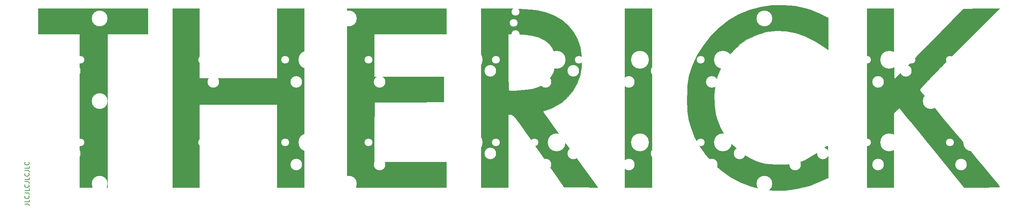
<source format=gto>
G04 #@! TF.GenerationSoftware,KiCad,Pcbnew,(5.1.2-1)-1*
G04 #@! TF.CreationDate,2020-06-06T07:16:32-05:00*
G04 #@! TF.ProjectId,therick48.16SP,74686572-6963-46b3-9438-2e313653502e,rev?*
G04 #@! TF.SameCoordinates,Original*
G04 #@! TF.FileFunction,Legend,Top*
G04 #@! TF.FilePolarity,Positive*
%FSLAX46Y46*%
G04 Gerber Fmt 4.6, Leading zero omitted, Abs format (unit mm)*
G04 Created by KiCad (PCBNEW (5.1.2-1)-1) date 2020-06-06 07:16:32*
%MOMM*%
%LPD*%
G04 APERTURE LIST*
%ADD10C,0.150000*%
%ADD11C,0.010000*%
%ADD12C,3.602000*%
%ADD13C,0.902000*%
%ADD14C,2.642000*%
%ADD15C,1.803800*%
%ADD16C,4.089800*%
%ADD17O,1.402000X2.002000*%
%ADD18C,0.752000*%
%ADD19O,1.402000X2.502000*%
%ADD20C,0.100000*%
%ADD21C,1.803400*%
G04 APERTURE END LIST*
D10*
X137139379Y-104559047D02*
X137853665Y-104559047D01*
X137996522Y-104606666D01*
X138091760Y-104701904D01*
X138139379Y-104844761D01*
X138139379Y-104940000D01*
X138139379Y-103606666D02*
X138139379Y-104082857D01*
X137139379Y-104082857D01*
X138044141Y-102701904D02*
X138091760Y-102749523D01*
X138139379Y-102892380D01*
X138139379Y-102987619D01*
X138091760Y-103130476D01*
X137996522Y-103225714D01*
X137901284Y-103273333D01*
X137710808Y-103320952D01*
X137567951Y-103320952D01*
X137377475Y-103273333D01*
X137282237Y-103225714D01*
X137186999Y-103130476D01*
X137139379Y-102987619D01*
X137139379Y-102892380D01*
X137186999Y-102749523D01*
X137234618Y-102701904D01*
X137139379Y-101987619D02*
X137853665Y-101987619D01*
X137996522Y-102035238D01*
X138091760Y-102130476D01*
X138139379Y-102273333D01*
X138139379Y-102368571D01*
X138139379Y-101035238D02*
X138139379Y-101511428D01*
X137139379Y-101511428D01*
X138044141Y-100130476D02*
X138091760Y-100178095D01*
X138139379Y-100320952D01*
X138139379Y-100416190D01*
X138091760Y-100559047D01*
X137996522Y-100654285D01*
X137901284Y-100701904D01*
X137710808Y-100749523D01*
X137567951Y-100749523D01*
X137377475Y-100701904D01*
X137282237Y-100654285D01*
X137186999Y-100559047D01*
X137139379Y-100416190D01*
X137139379Y-100320952D01*
X137186999Y-100178095D01*
X137234618Y-100130476D01*
X137139379Y-99416190D02*
X137853665Y-99416190D01*
X137996522Y-99463809D01*
X138091760Y-99559047D01*
X138139379Y-99701904D01*
X138139379Y-99797142D01*
X138139379Y-98463809D02*
X138139379Y-98940000D01*
X137139379Y-98940000D01*
X138044141Y-97559047D02*
X138091760Y-97606666D01*
X138139379Y-97749523D01*
X138139379Y-97844761D01*
X138091760Y-97987619D01*
X137996522Y-98082857D01*
X137901284Y-98130476D01*
X137710808Y-98178095D01*
X137567951Y-98178095D01*
X137377475Y-98130476D01*
X137282237Y-98082857D01*
X137186999Y-97987619D01*
X137139379Y-97844761D01*
X137139379Y-97749523D01*
X137186999Y-97606666D01*
X137234618Y-97559047D01*
X137139379Y-96844761D02*
X137853665Y-96844761D01*
X137996522Y-96892380D01*
X138091760Y-96987619D01*
X138139379Y-97130476D01*
X138139379Y-97225714D01*
X138139379Y-95892380D02*
X138139379Y-96368571D01*
X137139379Y-96368571D01*
X138044141Y-94987619D02*
X138091760Y-95035238D01*
X138139379Y-95178095D01*
X138139379Y-95273333D01*
X138091760Y-95416190D01*
X137996522Y-95511428D01*
X137901284Y-95559047D01*
X137710808Y-95606666D01*
X137567951Y-95606666D01*
X137377475Y-95559047D01*
X137282237Y-95511428D01*
X137186999Y-95416190D01*
X137139379Y-95273333D01*
X137139379Y-95178095D01*
X137186999Y-95035238D01*
X137234618Y-94987619D01*
D11*
G36*
X335821429Y-67786428D02*
G01*
X335824383Y-69458072D01*
X335832837Y-71012105D01*
X335846177Y-72412210D01*
X335863790Y-73622067D01*
X335885064Y-74605357D01*
X335909383Y-75325760D01*
X335936136Y-75746957D01*
X335957500Y-75844645D01*
X336104557Y-75715144D01*
X336481854Y-75347063D01*
X337067423Y-74762698D01*
X337839299Y-73984348D01*
X338775516Y-73034310D01*
X339854106Y-71934882D01*
X341053104Y-70708361D01*
X342350542Y-69377045D01*
X343724456Y-67963231D01*
X343895000Y-67787461D01*
X351696429Y-59745632D01*
X355868619Y-59729244D01*
X360040809Y-59712857D01*
X350801567Y-68953431D01*
X349033816Y-70722420D01*
X347506687Y-72253443D01*
X346203440Y-73564331D01*
X345107337Y-74672913D01*
X344201638Y-75597019D01*
X343469605Y-76354478D01*
X342894499Y-76963120D01*
X342459580Y-77440775D01*
X342148110Y-77805271D01*
X341943350Y-78074440D01*
X341828561Y-78266109D01*
X341787003Y-78398109D01*
X341801938Y-78488270D01*
X341821520Y-78518564D01*
X341976489Y-78707180D01*
X342344894Y-79152760D01*
X342908341Y-79833126D01*
X343648438Y-80726099D01*
X344546789Y-81809502D01*
X345585002Y-83061157D01*
X346744682Y-84458884D01*
X348007436Y-85980507D01*
X349354870Y-87603848D01*
X350768591Y-89306727D01*
X350990637Y-89574161D01*
X352409267Y-91283415D01*
X353761451Y-92913908D01*
X355029138Y-94443793D01*
X356194276Y-95851226D01*
X357238814Y-97114360D01*
X358144700Y-98211349D01*
X358893883Y-99120346D01*
X359468310Y-99819507D01*
X359849931Y-100286985D01*
X360020694Y-100500934D01*
X360027416Y-100510456D01*
X359964449Y-100581034D01*
X359660363Y-100635196D01*
X359089268Y-100674258D01*
X358225277Y-100699539D01*
X357042501Y-100712356D01*
X356016065Y-100714619D01*
X351877857Y-100713523D01*
X344539568Y-91643190D01*
X343266099Y-90071205D01*
X342059362Y-88585585D01*
X340938732Y-87209925D01*
X339923586Y-85967819D01*
X339033298Y-84882863D01*
X338287244Y-83978651D01*
X337704799Y-83278777D01*
X337305338Y-82806836D01*
X337108238Y-82586423D01*
X337091230Y-82572857D01*
X336910246Y-82691834D01*
X336579160Y-82992818D01*
X336401305Y-83171137D01*
X335821429Y-83769417D01*
X335821429Y-100715714D01*
X329652857Y-100715714D01*
X329652857Y-59712857D01*
X335821429Y-59712857D01*
X335821429Y-67786428D01*
X335821429Y-67786428D01*
G37*
X335821429Y-67786428D02*
X335824383Y-69458072D01*
X335832837Y-71012105D01*
X335846177Y-72412210D01*
X335863790Y-73622067D01*
X335885064Y-74605357D01*
X335909383Y-75325760D01*
X335936136Y-75746957D01*
X335957500Y-75844645D01*
X336104557Y-75715144D01*
X336481854Y-75347063D01*
X337067423Y-74762698D01*
X337839299Y-73984348D01*
X338775516Y-73034310D01*
X339854106Y-71934882D01*
X341053104Y-70708361D01*
X342350542Y-69377045D01*
X343724456Y-67963231D01*
X343895000Y-67787461D01*
X351696429Y-59745632D01*
X355868619Y-59729244D01*
X360040809Y-59712857D01*
X350801567Y-68953431D01*
X349033816Y-70722420D01*
X347506687Y-72253443D01*
X346203440Y-73564331D01*
X345107337Y-74672913D01*
X344201638Y-75597019D01*
X343469605Y-76354478D01*
X342894499Y-76963120D01*
X342459580Y-77440775D01*
X342148110Y-77805271D01*
X341943350Y-78074440D01*
X341828561Y-78266109D01*
X341787003Y-78398109D01*
X341801938Y-78488270D01*
X341821520Y-78518564D01*
X341976489Y-78707180D01*
X342344894Y-79152760D01*
X342908341Y-79833126D01*
X343648438Y-80726099D01*
X344546789Y-81809502D01*
X345585002Y-83061157D01*
X346744682Y-84458884D01*
X348007436Y-85980507D01*
X349354870Y-87603848D01*
X350768591Y-89306727D01*
X350990637Y-89574161D01*
X352409267Y-91283415D01*
X353761451Y-92913908D01*
X355029138Y-94443793D01*
X356194276Y-95851226D01*
X357238814Y-97114360D01*
X358144700Y-98211349D01*
X358893883Y-99120346D01*
X359468310Y-99819507D01*
X359849931Y-100286985D01*
X360020694Y-100500934D01*
X360027416Y-100510456D01*
X359964449Y-100581034D01*
X359660363Y-100635196D01*
X359089268Y-100674258D01*
X358225277Y-100699539D01*
X357042501Y-100712356D01*
X356016065Y-100714619D01*
X351877857Y-100713523D01*
X344539568Y-91643190D01*
X343266099Y-90071205D01*
X342059362Y-88585585D01*
X340938732Y-87209925D01*
X339923586Y-85967819D01*
X339033298Y-84882863D01*
X338287244Y-83978651D01*
X337704799Y-83278777D01*
X337305338Y-82806836D01*
X337108238Y-82586423D01*
X337091230Y-82572857D01*
X336910246Y-82691834D01*
X336579160Y-82992818D01*
X336401305Y-83171137D01*
X335821429Y-83769417D01*
X335821429Y-100715714D01*
X329652857Y-100715714D01*
X329652857Y-59712857D01*
X335821429Y-59712857D01*
X335821429Y-67786428D01*
G36*
X280485714Y-100715714D02*
G01*
X274317143Y-100715714D01*
X274317143Y-59712857D01*
X280485714Y-59712857D01*
X280485714Y-100715714D01*
X280485714Y-100715714D01*
G37*
X280485714Y-100715714D02*
X274317143Y-100715714D01*
X274317143Y-59712857D01*
X280485714Y-59712857D01*
X280485714Y-100715714D01*
G36*
X246422500Y-59713368D02*
G01*
X248411420Y-59723496D01*
X250090534Y-59756475D01*
X251512432Y-59816871D01*
X252729703Y-59909249D01*
X253794938Y-60038172D01*
X254760726Y-60208207D01*
X255679657Y-60423917D01*
X256169408Y-60559405D01*
X258162546Y-61304894D01*
X259902015Y-62306749D01*
X261377926Y-63552572D01*
X262580389Y-65029960D01*
X263499516Y-66726512D01*
X264125416Y-68629828D01*
X264448200Y-70727505D01*
X264464266Y-70961156D01*
X264427829Y-73063491D01*
X264068165Y-75057798D01*
X263402034Y-76914212D01*
X262446193Y-78602868D01*
X261217404Y-80093898D01*
X259732426Y-81357438D01*
X258086709Y-82326127D01*
X257386551Y-82640047D01*
X256730292Y-82895484D01*
X256252174Y-83040505D01*
X256227066Y-83045515D01*
X255823507Y-83167169D01*
X255632377Y-83315195D01*
X255630000Y-83331142D01*
X255733811Y-83505574D01*
X256032762Y-83946838D01*
X256508126Y-84628631D01*
X257141178Y-85524653D01*
X257913193Y-86608600D01*
X258805445Y-87854172D01*
X259799208Y-89235066D01*
X260875758Y-90724980D01*
X261880244Y-92110237D01*
X268130489Y-100715714D01*
X264284173Y-100706417D01*
X260437857Y-100697119D01*
X254645321Y-92360702D01*
X253403640Y-90574461D01*
X252351038Y-89063419D01*
X251469863Y-87804566D01*
X250742464Y-86774894D01*
X250151190Y-85951394D01*
X249678388Y-85311057D01*
X249306408Y-84830874D01*
X249017598Y-84487836D01*
X248794306Y-84258933D01*
X248618880Y-84121158D01*
X248473670Y-84051501D01*
X248341024Y-84026953D01*
X248249964Y-84024286D01*
X247647143Y-84024286D01*
X247647143Y-100715714D01*
X241478572Y-100715714D01*
X241478572Y-71929047D01*
X247647143Y-71929047D01*
X247650867Y-73420646D01*
X247661457Y-74797056D01*
X247678038Y-76016229D01*
X247699738Y-77036115D01*
X247725683Y-77814667D01*
X247754998Y-78309835D01*
X247783214Y-78478125D01*
X248025184Y-78532914D01*
X248549783Y-78548276D01*
X249279533Y-78529359D01*
X250136954Y-78481313D01*
X251044568Y-78409288D01*
X251924896Y-78318432D01*
X252700458Y-78213895D01*
X253227692Y-78116276D01*
X254802941Y-77610647D01*
X256110792Y-76866237D01*
X257146184Y-75886686D01*
X257847093Y-74794521D01*
X258032644Y-74370784D01*
X258153658Y-73939714D01*
X258223241Y-73408615D01*
X258254495Y-72684793D01*
X258260714Y-71868571D01*
X258253839Y-70940644D01*
X258223020Y-70281379D01*
X258152966Y-69796686D01*
X258028387Y-69392475D01*
X257833993Y-68974654D01*
X257770705Y-68853276D01*
X257025203Y-67799015D01*
X256004784Y-66948558D01*
X254702313Y-66299032D01*
X253110659Y-65847565D01*
X251222686Y-65591283D01*
X249506786Y-65524901D01*
X247647143Y-65518571D01*
X247647143Y-71929047D01*
X241478572Y-71929047D01*
X241478572Y-59712857D01*
X246422500Y-59713368D01*
X246422500Y-59713368D01*
G37*
X246422500Y-59713368D02*
X248411420Y-59723496D01*
X250090534Y-59756475D01*
X251512432Y-59816871D01*
X252729703Y-59909249D01*
X253794938Y-60038172D01*
X254760726Y-60208207D01*
X255679657Y-60423917D01*
X256169408Y-60559405D01*
X258162546Y-61304894D01*
X259902015Y-62306749D01*
X261377926Y-63552572D01*
X262580389Y-65029960D01*
X263499516Y-66726512D01*
X264125416Y-68629828D01*
X264448200Y-70727505D01*
X264464266Y-70961156D01*
X264427829Y-73063491D01*
X264068165Y-75057798D01*
X263402034Y-76914212D01*
X262446193Y-78602868D01*
X261217404Y-80093898D01*
X259732426Y-81357438D01*
X258086709Y-82326127D01*
X257386551Y-82640047D01*
X256730292Y-82895484D01*
X256252174Y-83040505D01*
X256227066Y-83045515D01*
X255823507Y-83167169D01*
X255632377Y-83315195D01*
X255630000Y-83331142D01*
X255733811Y-83505574D01*
X256032762Y-83946838D01*
X256508126Y-84628631D01*
X257141178Y-85524653D01*
X257913193Y-86608600D01*
X258805445Y-87854172D01*
X259799208Y-89235066D01*
X260875758Y-90724980D01*
X261880244Y-92110237D01*
X268130489Y-100715714D01*
X264284173Y-100706417D01*
X260437857Y-100697119D01*
X254645321Y-92360702D01*
X253403640Y-90574461D01*
X252351038Y-89063419D01*
X251469863Y-87804566D01*
X250742464Y-86774894D01*
X250151190Y-85951394D01*
X249678388Y-85311057D01*
X249306408Y-84830874D01*
X249017598Y-84487836D01*
X248794306Y-84258933D01*
X248618880Y-84121158D01*
X248473670Y-84051501D01*
X248341024Y-84026953D01*
X248249964Y-84024286D01*
X247647143Y-84024286D01*
X247647143Y-100715714D01*
X241478572Y-100715714D01*
X241478572Y-71929047D01*
X247647143Y-71929047D01*
X247650867Y-73420646D01*
X247661457Y-74797056D01*
X247678038Y-76016229D01*
X247699738Y-77036115D01*
X247725683Y-77814667D01*
X247754998Y-78309835D01*
X247783214Y-78478125D01*
X248025184Y-78532914D01*
X248549783Y-78548276D01*
X249279533Y-78529359D01*
X250136954Y-78481313D01*
X251044568Y-78409288D01*
X251924896Y-78318432D01*
X252700458Y-78213895D01*
X253227692Y-78116276D01*
X254802941Y-77610647D01*
X256110792Y-76866237D01*
X257146184Y-75886686D01*
X257847093Y-74794521D01*
X258032644Y-74370784D01*
X258153658Y-73939714D01*
X258223241Y-73408615D01*
X258254495Y-72684793D01*
X258260714Y-71868571D01*
X258253839Y-70940644D01*
X258223020Y-70281379D01*
X258152966Y-69796686D01*
X258028387Y-69392475D01*
X257833993Y-68974654D01*
X257770705Y-68853276D01*
X257025203Y-67799015D01*
X256004784Y-66948558D01*
X254702313Y-66299032D01*
X253110659Y-65847565D01*
X251222686Y-65591283D01*
X249506786Y-65524901D01*
X247647143Y-65518571D01*
X247647143Y-71929047D01*
X241478572Y-71929047D01*
X241478572Y-59712857D01*
X246422500Y-59713368D01*
G36*
X233495714Y-65518571D02*
G01*
X216985714Y-65518571D01*
X216985714Y-75315714D01*
X232951429Y-75315714D01*
X232951429Y-81117614D01*
X225013929Y-81164878D01*
X217076429Y-81212143D01*
X217028890Y-88061071D01*
X216981351Y-94910000D01*
X233495714Y-94910000D01*
X233495714Y-100715714D01*
X210817143Y-100715714D01*
X210817143Y-59712857D01*
X233495714Y-59712857D01*
X233495714Y-65518571D01*
X233495714Y-65518571D01*
G37*
X233495714Y-65518571D02*
X216985714Y-65518571D01*
X216985714Y-75315714D01*
X232951429Y-75315714D01*
X232951429Y-81117614D01*
X225013929Y-81164878D01*
X217076429Y-81212143D01*
X217028890Y-88061071D01*
X216981351Y-94910000D01*
X233495714Y-94910000D01*
X233495714Y-100715714D01*
X210817143Y-100715714D01*
X210817143Y-59712857D01*
X233495714Y-59712857D01*
X233495714Y-65518571D01*
G36*
X177071429Y-75678571D02*
G01*
X194851429Y-75678571D01*
X194851429Y-59712857D01*
X201020000Y-59712857D01*
X201020000Y-100715714D01*
X194851429Y-100715714D01*
X194851429Y-81665714D01*
X177071429Y-81665714D01*
X177071429Y-100715714D01*
X170902857Y-100715714D01*
X170902857Y-59712857D01*
X177071429Y-59712857D01*
X177071429Y-75678571D01*
X177071429Y-75678571D01*
G37*
X177071429Y-75678571D02*
X194851429Y-75678571D01*
X194851429Y-59712857D01*
X201020000Y-59712857D01*
X201020000Y-100715714D01*
X194851429Y-100715714D01*
X194851429Y-81665714D01*
X177071429Y-81665714D01*
X177071429Y-100715714D01*
X170902857Y-100715714D01*
X170902857Y-59712857D01*
X177071429Y-59712857D01*
X177071429Y-75678571D01*
G36*
X165278572Y-65518571D02*
G01*
X156025714Y-65518571D01*
X156025714Y-100715714D01*
X149675714Y-100715714D01*
X149675714Y-65518571D01*
X140241429Y-65518571D01*
X140241429Y-59712857D01*
X165278572Y-59712857D01*
X165278572Y-65518571D01*
X165278572Y-65518571D01*
G37*
X165278572Y-65518571D02*
X156025714Y-65518571D01*
X156025714Y-100715714D01*
X149675714Y-100715714D01*
X149675714Y-65518571D01*
X140241429Y-65518571D01*
X140241429Y-59712857D01*
X165278572Y-59712857D01*
X165278572Y-65518571D01*
G36*
X313242095Y-59114986D02*
G01*
X315798146Y-59670919D01*
X316317857Y-59828559D01*
X316876927Y-60031896D01*
X317642120Y-60343197D01*
X318492931Y-60712384D01*
X318993929Y-60940637D01*
X320762857Y-61763317D01*
X320762857Y-69181908D01*
X319901072Y-68531043D01*
X317771907Y-67116255D01*
X315582874Y-66032660D01*
X313357020Y-65282484D01*
X311117395Y-64867953D01*
X308887048Y-64791292D01*
X306689029Y-65054727D01*
X304546387Y-65660482D01*
X302482172Y-66610784D01*
X302126880Y-66814949D01*
X300795120Y-67752582D01*
X299464707Y-68959887D01*
X298212844Y-70351695D01*
X297116738Y-71842841D01*
X296312218Y-73229286D01*
X295526289Y-75173891D01*
X295004895Y-77294256D01*
X294754187Y-79511379D01*
X294780317Y-81746261D01*
X295089435Y-83919900D01*
X295389253Y-85083607D01*
X296173011Y-87069148D01*
X297266788Y-88956141D01*
X298624306Y-90690948D01*
X300199284Y-92219932D01*
X301945441Y-93489454D01*
X303255000Y-94199797D01*
X304407526Y-94708710D01*
X305426615Y-95073244D01*
X306418750Y-95315393D01*
X307490416Y-95457148D01*
X308748094Y-95520504D01*
X309695714Y-95530065D01*
X311075621Y-95501868D01*
X312294037Y-95402424D01*
X313407531Y-95209453D01*
X314472670Y-94900677D01*
X315546022Y-94453817D01*
X316684153Y-93846594D01*
X317943632Y-93056729D01*
X319381026Y-92061943D01*
X320424250Y-91304656D01*
X320537479Y-91235330D01*
X320622181Y-91245341D01*
X320682489Y-91377472D01*
X320722537Y-91674505D01*
X320746460Y-92179221D01*
X320758392Y-92934403D01*
X320762465Y-93982833D01*
X320762857Y-94808925D01*
X320762857Y-98562109D01*
X319266072Y-99263291D01*
X316629545Y-100304294D01*
X313888863Y-101016038D01*
X311090333Y-101392061D01*
X308280262Y-101425899D01*
X305738626Y-101151609D01*
X303164965Y-100537764D01*
X300701177Y-99580603D01*
X298358218Y-98285923D01*
X296147046Y-96659523D01*
X294629170Y-95272857D01*
X292865845Y-93326523D01*
X291427019Y-91302462D01*
X290274532Y-89134971D01*
X289370226Y-86758350D01*
X289052152Y-85670527D01*
X288884268Y-85016090D01*
X288761464Y-84432591D01*
X288676576Y-83842316D01*
X288622441Y-83167552D01*
X288591895Y-82330583D01*
X288577774Y-81253697D01*
X288574280Y-80486428D01*
X288589993Y-78848251D01*
X288657840Y-77479903D01*
X288793188Y-76290225D01*
X289011400Y-75188057D01*
X289327841Y-74082239D01*
X289757878Y-72881613D01*
X289930189Y-72441902D01*
X290942083Y-70312171D01*
X292247155Y-68217255D01*
X293785564Y-66231207D01*
X295497466Y-64428079D01*
X297323018Y-62881926D01*
X298098214Y-62334312D01*
X300346376Y-61052193D01*
X302772308Y-60059024D01*
X305325429Y-59361762D01*
X307955155Y-58967364D01*
X310610904Y-58882787D01*
X313242095Y-59114986D01*
X313242095Y-59114986D01*
G37*
X313242095Y-59114986D02*
X315798146Y-59670919D01*
X316317857Y-59828559D01*
X316876927Y-60031896D01*
X317642120Y-60343197D01*
X318492931Y-60712384D01*
X318993929Y-60940637D01*
X320762857Y-61763317D01*
X320762857Y-69181908D01*
X319901072Y-68531043D01*
X317771907Y-67116255D01*
X315582874Y-66032660D01*
X313357020Y-65282484D01*
X311117395Y-64867953D01*
X308887048Y-64791292D01*
X306689029Y-65054727D01*
X304546387Y-65660482D01*
X302482172Y-66610784D01*
X302126880Y-66814949D01*
X300795120Y-67752582D01*
X299464707Y-68959887D01*
X298212844Y-70351695D01*
X297116738Y-71842841D01*
X296312218Y-73229286D01*
X295526289Y-75173891D01*
X295004895Y-77294256D01*
X294754187Y-79511379D01*
X294780317Y-81746261D01*
X295089435Y-83919900D01*
X295389253Y-85083607D01*
X296173011Y-87069148D01*
X297266788Y-88956141D01*
X298624306Y-90690948D01*
X300199284Y-92219932D01*
X301945441Y-93489454D01*
X303255000Y-94199797D01*
X304407526Y-94708710D01*
X305426615Y-95073244D01*
X306418750Y-95315393D01*
X307490416Y-95457148D01*
X308748094Y-95520504D01*
X309695714Y-95530065D01*
X311075621Y-95501868D01*
X312294037Y-95402424D01*
X313407531Y-95209453D01*
X314472670Y-94900677D01*
X315546022Y-94453817D01*
X316684153Y-93846594D01*
X317943632Y-93056729D01*
X319381026Y-92061943D01*
X320424250Y-91304656D01*
X320537479Y-91235330D01*
X320622181Y-91245341D01*
X320682489Y-91377472D01*
X320722537Y-91674505D01*
X320746460Y-92179221D01*
X320758392Y-92934403D01*
X320762465Y-93982833D01*
X320762857Y-94808925D01*
X320762857Y-98562109D01*
X319266072Y-99263291D01*
X316629545Y-100304294D01*
X313888863Y-101016038D01*
X311090333Y-101392061D01*
X308280262Y-101425899D01*
X305738626Y-101151609D01*
X303164965Y-100537764D01*
X300701177Y-99580603D01*
X298358218Y-98285923D01*
X296147046Y-96659523D01*
X294629170Y-95272857D01*
X292865845Y-93326523D01*
X291427019Y-91302462D01*
X290274532Y-89134971D01*
X289370226Y-86758350D01*
X289052152Y-85670527D01*
X288884268Y-85016090D01*
X288761464Y-84432591D01*
X288676576Y-83842316D01*
X288622441Y-83167552D01*
X288591895Y-82330583D01*
X288577774Y-81253697D01*
X288574280Y-80486428D01*
X288589993Y-78848251D01*
X288657840Y-77479903D01*
X288793188Y-76290225D01*
X289011400Y-75188057D01*
X289327841Y-74082239D01*
X289757878Y-72881613D01*
X289930189Y-72441902D01*
X290942083Y-70312171D01*
X292247155Y-68217255D01*
X293785564Y-66231207D01*
X295497466Y-64428079D01*
X297323018Y-62881926D01*
X298098214Y-62334312D01*
X300346376Y-61052193D01*
X302772308Y-60059024D01*
X305325429Y-59361762D01*
X307955155Y-58967364D01*
X310610904Y-58882787D01*
X313242095Y-59114986D01*
%LPC*%
D12*
X109819711Y-61939837D03*
X109819711Y-99939737D03*
D13*
X110199710Y-86885764D03*
X110199710Y-88282764D03*
X110199710Y-92473764D03*
X110199710Y-91076764D03*
X110199710Y-89679764D03*
X110199710Y-69405810D03*
X110199710Y-70802810D03*
X110199710Y-74993810D03*
X110199710Y-73596810D03*
X110199710Y-72199810D03*
D14*
X123129686Y-111979712D03*
X116779686Y-114519712D03*
D15*
X114239686Y-109439712D03*
X124399686Y-109439712D03*
D16*
X119319686Y-109439712D03*
D13*
X135659643Y-64733837D03*
X135659643Y-63336837D03*
X135659643Y-59145837D03*
X135659643Y-60542837D03*
X135659643Y-61939837D03*
X135659643Y-57748837D03*
X135659643Y-66130837D03*
X91199760Y-102733737D03*
X91199760Y-101336737D03*
X91199760Y-97145737D03*
X91199760Y-98542737D03*
X91199760Y-99939737D03*
X91199760Y-64733837D03*
X91199760Y-63336837D03*
X91199760Y-59018837D03*
X91199760Y-60542837D03*
X91199760Y-61939837D03*
X135659643Y-102733737D03*
X135659643Y-101336737D03*
X135659643Y-97145737D03*
X135659643Y-98542737D03*
X135659643Y-99939737D03*
D17*
X168979999Y-43448627D03*
D18*
X170389999Y-47097627D03*
X176169999Y-47097627D03*
D17*
X177579999Y-43448627D03*
D19*
X177579999Y-47648627D03*
X168979999Y-47648627D03*
D14*
X66129836Y-54979862D03*
X59779836Y-57519862D03*
D15*
X57239836Y-52439862D03*
X67399836Y-52439862D03*
D16*
X62319836Y-52439862D03*
D14*
X85129786Y-54979862D03*
X78779786Y-57519862D03*
D15*
X76239786Y-52439862D03*
X86399786Y-52439862D03*
D16*
X81319786Y-52439862D03*
D14*
X104129736Y-54979862D03*
X97779736Y-57519862D03*
D15*
X95239736Y-52439862D03*
X105399736Y-52439862D03*
D16*
X100319736Y-52439862D03*
D14*
X123129686Y-54979862D03*
X116779686Y-57519862D03*
D15*
X114239686Y-52439862D03*
X124399686Y-52439862D03*
D16*
X119319686Y-52439862D03*
D14*
X66129836Y-73979812D03*
X59779836Y-76519812D03*
D15*
X57239836Y-71439812D03*
X67399836Y-71439812D03*
D16*
X62319836Y-71439812D03*
D14*
X85129786Y-73979812D03*
X78779786Y-76519812D03*
D15*
X76239786Y-71439812D03*
X86399786Y-71439812D03*
D16*
X81319786Y-71439812D03*
D14*
X104129736Y-73979812D03*
X97779736Y-76519812D03*
D15*
X95239736Y-71439812D03*
X105399736Y-71439812D03*
D16*
X100319736Y-71439812D03*
D14*
X123129686Y-73979812D03*
X116779686Y-76519812D03*
D15*
X114239686Y-71439812D03*
X124399686Y-71439812D03*
D16*
X119319686Y-71439812D03*
D14*
X66129836Y-92979762D03*
X59779836Y-95519762D03*
D15*
X57239836Y-90439762D03*
X67399836Y-90439762D03*
D16*
X62319836Y-90439762D03*
D14*
X85104386Y-92992462D03*
X78754386Y-95532462D03*
D15*
X76214386Y-90452462D03*
X86374386Y-90452462D03*
D16*
X81294386Y-90452462D03*
D14*
X104129736Y-92979762D03*
X97779736Y-95519762D03*
D15*
X95239736Y-90439762D03*
X105399736Y-90439762D03*
D16*
X100319736Y-90439762D03*
D14*
X123129686Y-92979762D03*
X116779686Y-95519762D03*
D15*
X114239686Y-90439762D03*
X124399686Y-90439762D03*
D16*
X119319686Y-90439762D03*
D14*
X66129836Y-111979712D03*
X59779836Y-114519712D03*
D15*
X57239836Y-109439712D03*
X67399836Y-109439712D03*
D16*
X62319836Y-109439712D03*
D14*
X85129786Y-111979712D03*
X78779786Y-114519712D03*
D15*
X76239786Y-109439712D03*
X86399786Y-109439712D03*
D16*
X81319786Y-109439712D03*
D14*
X104129736Y-111979712D03*
X97779736Y-114519712D03*
D15*
X95239736Y-109439712D03*
X105399736Y-109439712D03*
D16*
X100319736Y-109439712D03*
D14*
X148589999Y-54980002D03*
X142239999Y-57520002D03*
D15*
X139699999Y-52440002D03*
X149859999Y-52440002D03*
D16*
X144779999Y-52440002D03*
D14*
X167589999Y-54980002D03*
X161239999Y-57520002D03*
D15*
X158699999Y-52440002D03*
X168859999Y-52440002D03*
D16*
X163779999Y-52440002D03*
D14*
X186589999Y-54980002D03*
X180239999Y-57520002D03*
D15*
X177699999Y-52440002D03*
X187859999Y-52440002D03*
D16*
X182779999Y-52440002D03*
X201779999Y-52440002D03*
D15*
X206859999Y-52440002D03*
X196699999Y-52440002D03*
D14*
X199239999Y-57520002D03*
X205589999Y-54980002D03*
X224589419Y-54979862D03*
X218239419Y-57519862D03*
D15*
X215699419Y-52439862D03*
X225859419Y-52439862D03*
D16*
X220779419Y-52439862D03*
D14*
X243589369Y-54979862D03*
X237239369Y-57519862D03*
D15*
X234699369Y-52439862D03*
X244859369Y-52439862D03*
D16*
X239779369Y-52439862D03*
D14*
X262589319Y-54980002D03*
X256239319Y-57520002D03*
D15*
X253699319Y-52440002D03*
X263859319Y-52440002D03*
D16*
X258779319Y-52440002D03*
D14*
X281589999Y-54980002D03*
X275239999Y-57520002D03*
D15*
X272699999Y-52440002D03*
X282859999Y-52440002D03*
D16*
X277779999Y-52440002D03*
D14*
X300589999Y-54980002D03*
X294239999Y-57520002D03*
D15*
X291699999Y-52440002D03*
X301859999Y-52440002D03*
D16*
X296779999Y-52440002D03*
D14*
X319589169Y-54979862D03*
X313239169Y-57519862D03*
D15*
X310699169Y-52439862D03*
X320859169Y-52439862D03*
D16*
X315779169Y-52439862D03*
D14*
X338589119Y-54979862D03*
X332239119Y-57519862D03*
D15*
X329699119Y-52439862D03*
X339859119Y-52439862D03*
D16*
X334779119Y-52439862D03*
D14*
X357589069Y-54979862D03*
X351239069Y-57519862D03*
D15*
X348699069Y-52439862D03*
X358859069Y-52439862D03*
D16*
X353779069Y-52439862D03*
D14*
X148589999Y-73980002D03*
X142239999Y-76520002D03*
D15*
X139699999Y-71440002D03*
X149859999Y-71440002D03*
D16*
X144779999Y-71440002D03*
D14*
X167589999Y-73980002D03*
X161239999Y-76520002D03*
D15*
X158699999Y-71440002D03*
X168859999Y-71440002D03*
D16*
X163779999Y-71440002D03*
D14*
X186589999Y-73980002D03*
X180239999Y-76520002D03*
D15*
X177699999Y-71440002D03*
X187859999Y-71440002D03*
D16*
X182779999Y-71440002D03*
D14*
X205589999Y-73980002D03*
X199239999Y-76520002D03*
D15*
X196699999Y-71440002D03*
X206859999Y-71440002D03*
D16*
X201779999Y-71440002D03*
D14*
X224589999Y-73980002D03*
X218239999Y-76520002D03*
D15*
X215699999Y-71440002D03*
X225859999Y-71440002D03*
D16*
X220779999Y-71440002D03*
D14*
X243589999Y-73980002D03*
X237239999Y-76520002D03*
D15*
X234699999Y-71440002D03*
X244859999Y-71440002D03*
D16*
X239779999Y-71440002D03*
D14*
X262589319Y-73980002D03*
X256239319Y-76520002D03*
D15*
X253699319Y-71440002D03*
X263859319Y-71440002D03*
D16*
X258779319Y-71440002D03*
D14*
X281564600Y-73992700D03*
X275214600Y-76532700D03*
D15*
X272674600Y-71452700D03*
X282834600Y-71452700D03*
D16*
X277754600Y-71452700D03*
D14*
X300589999Y-73980002D03*
X294239999Y-76520002D03*
D15*
X291699999Y-71440002D03*
X301859999Y-71440002D03*
D16*
X296779999Y-71440002D03*
D14*
X319589169Y-73979812D03*
X313239169Y-76519812D03*
D15*
X310699169Y-71439812D03*
X320859169Y-71439812D03*
D16*
X315779169Y-71439812D03*
D14*
X338589119Y-73979812D03*
X332239119Y-76519812D03*
D15*
X329699119Y-71439812D03*
X339859119Y-71439812D03*
D16*
X334779119Y-71439812D03*
D14*
X357589069Y-73979812D03*
X351239069Y-76519812D03*
D15*
X348699069Y-71439812D03*
X358859069Y-71439812D03*
D16*
X353779069Y-71439812D03*
D14*
X148589999Y-92980002D03*
X142239999Y-95520002D03*
D15*
X139699999Y-90440002D03*
X149859999Y-90440002D03*
D16*
X144779999Y-90440002D03*
D14*
X167589999Y-92980002D03*
X161239999Y-95520002D03*
D15*
X158699999Y-90440002D03*
X168859999Y-90440002D03*
D16*
X163779999Y-90440002D03*
D14*
X186589999Y-92980002D03*
X180239999Y-95520002D03*
D15*
X177699999Y-90440002D03*
X187859999Y-90440002D03*
D16*
X182779999Y-90440002D03*
D14*
X205589469Y-92979762D03*
X199239469Y-95519762D03*
D15*
X196699469Y-90439762D03*
X206859469Y-90439762D03*
D16*
X201779469Y-90439762D03*
D14*
X224589419Y-92979762D03*
X218239419Y-95519762D03*
D15*
X215699419Y-90439762D03*
X225859419Y-90439762D03*
D16*
X220779419Y-90439762D03*
D14*
X243589369Y-92979762D03*
X237239369Y-95519762D03*
D15*
X234699369Y-90439762D03*
X244859369Y-90439762D03*
D16*
X239779369Y-90439762D03*
D14*
X281589269Y-92980002D03*
X275239269Y-95520002D03*
D15*
X272699269Y-90440002D03*
X282859269Y-90440002D03*
D16*
X277779269Y-90440002D03*
D14*
X300589219Y-92979762D03*
X294239219Y-95519762D03*
D15*
X291699219Y-90439762D03*
X301859219Y-90439762D03*
D16*
X296779219Y-90439762D03*
D14*
X319589169Y-92979762D03*
X313239169Y-95519762D03*
D15*
X310699169Y-90439762D03*
X320859169Y-90439762D03*
D16*
X315779169Y-90439762D03*
D14*
X338589119Y-92979762D03*
X332239119Y-95519762D03*
D15*
X329699119Y-90439762D03*
X339859119Y-90439762D03*
D16*
X334779119Y-90439762D03*
D14*
X148589619Y-111980002D03*
X142239619Y-114520002D03*
D15*
X139699619Y-109440002D03*
X149859619Y-109440002D03*
D16*
X144779619Y-109440002D03*
D14*
X167589999Y-111980002D03*
X161239999Y-114520002D03*
D15*
X158699999Y-109440002D03*
X168859999Y-109440002D03*
D16*
X163779999Y-109440002D03*
D14*
X186589999Y-111980002D03*
X180239999Y-114520002D03*
D15*
X177699999Y-109440002D03*
X187859999Y-109440002D03*
D16*
X182779999Y-109440002D03*
D14*
X205589469Y-111979712D03*
X199239469Y-114519712D03*
D15*
X196699469Y-109439712D03*
X206859469Y-109439712D03*
D16*
X201779469Y-109439712D03*
D14*
X224589999Y-111980002D03*
X218239999Y-114520002D03*
D15*
X215699999Y-109440002D03*
X225859999Y-109440002D03*
D16*
X220779999Y-109440002D03*
D14*
X243589369Y-111979712D03*
X237239369Y-114519712D03*
D15*
X234699369Y-109439712D03*
X244859369Y-109439712D03*
D16*
X239779369Y-109439712D03*
D14*
X281589269Y-111979712D03*
X275239269Y-114519712D03*
D15*
X272699269Y-109439712D03*
X282859269Y-109439712D03*
D16*
X277779269Y-109439712D03*
D14*
X300589219Y-111979712D03*
X294239219Y-114519712D03*
D15*
X291699219Y-109439712D03*
X301859219Y-109439712D03*
D16*
X296779219Y-109439712D03*
D14*
X319589169Y-111979712D03*
X313239169Y-114519712D03*
D15*
X310699169Y-109439712D03*
X320859169Y-109439712D03*
D16*
X315779169Y-109439712D03*
D14*
X338589119Y-111979712D03*
X332239119Y-114519712D03*
D15*
X329699119Y-109439712D03*
X339859119Y-109439712D03*
D16*
X334779119Y-109439712D03*
D14*
X262589319Y-92979762D03*
X256239319Y-95519762D03*
D15*
X253699319Y-90439762D03*
X263859319Y-90439762D03*
D16*
X258779319Y-90439762D03*
D14*
X262589319Y-111979712D03*
X256239319Y-114519712D03*
D15*
X253699319Y-109439712D03*
X263859319Y-109439712D03*
D16*
X258779319Y-109439712D03*
D14*
X357589069Y-92979762D03*
X351239069Y-95519762D03*
D15*
X348699069Y-90439762D03*
X358859069Y-90439762D03*
D16*
X353779069Y-90439762D03*
D14*
X357589999Y-111980002D03*
X351239999Y-114520002D03*
D15*
X348699999Y-109440002D03*
X358859999Y-109440002D03*
D16*
X353779999Y-109440002D03*
D20*
G36*
X249801441Y-54440471D02*
G01*
X249845206Y-54446963D01*
X249888125Y-54457713D01*
X249929783Y-54472619D01*
X249969779Y-54491536D01*
X250007729Y-54514282D01*
X250043266Y-54540638D01*
X250076049Y-54570351D01*
X250105762Y-54603134D01*
X250132118Y-54638671D01*
X250154864Y-54676621D01*
X250173781Y-54716617D01*
X250188687Y-54758275D01*
X250199437Y-54801194D01*
X250205929Y-54844959D01*
X250208100Y-54889150D01*
X250208100Y-55790850D01*
X250205929Y-55835041D01*
X250199437Y-55878806D01*
X250188687Y-55921725D01*
X250173781Y-55963383D01*
X250154864Y-56003379D01*
X250132118Y-56041329D01*
X250105762Y-56076866D01*
X250076049Y-56109649D01*
X250043266Y-56139362D01*
X250007729Y-56165718D01*
X249969779Y-56188464D01*
X249929783Y-56207381D01*
X249888125Y-56222287D01*
X249845206Y-56233037D01*
X249801441Y-56239529D01*
X249757250Y-56241700D01*
X248855550Y-56241700D01*
X248811359Y-56239529D01*
X248767594Y-56233037D01*
X248724675Y-56222287D01*
X248683017Y-56207381D01*
X248643021Y-56188464D01*
X248605071Y-56165718D01*
X248569534Y-56139362D01*
X248536751Y-56109649D01*
X248507038Y-56076866D01*
X248480682Y-56041329D01*
X248457936Y-56003379D01*
X248439019Y-55963383D01*
X248424113Y-55921725D01*
X248413363Y-55878806D01*
X248406871Y-55835041D01*
X248404700Y-55790850D01*
X248404700Y-54889150D01*
X248406871Y-54844959D01*
X248413363Y-54801194D01*
X248424113Y-54758275D01*
X248439019Y-54716617D01*
X248457936Y-54676621D01*
X248480682Y-54638671D01*
X248507038Y-54603134D01*
X248536751Y-54570351D01*
X248569534Y-54540638D01*
X248605071Y-54514282D01*
X248643021Y-54491536D01*
X248683017Y-54472619D01*
X248724675Y-54457713D01*
X248767594Y-54446963D01*
X248811359Y-54440471D01*
X248855550Y-54438300D01*
X249757250Y-54438300D01*
X249801441Y-54440471D01*
X249801441Y-54440471D01*
G37*
D21*
X249306400Y-55340000D03*
X248900000Y-57880000D03*
X249306400Y-60420000D03*
X248900000Y-62960000D03*
X249306400Y-65500000D03*
X248900000Y-68040000D03*
D12*
X154279999Y-80940000D03*
X192280000Y-61940000D03*
X192280000Y-99940000D03*
X306280000Y-61940000D03*
X306280000Y-99940000D03*
X344280000Y-80940000D03*
X71819991Y-61940000D03*
X128819661Y-61939837D03*
X71819991Y-99940000D03*
X128819661Y-99939737D03*
X154280000Y-61940000D03*
X154280000Y-99940000D03*
X287280000Y-99940000D03*
X211280000Y-99940000D03*
X211280000Y-61940000D03*
X287280000Y-61940000D03*
X344280000Y-99940000D03*
X344280000Y-61940000D03*
M02*

</source>
